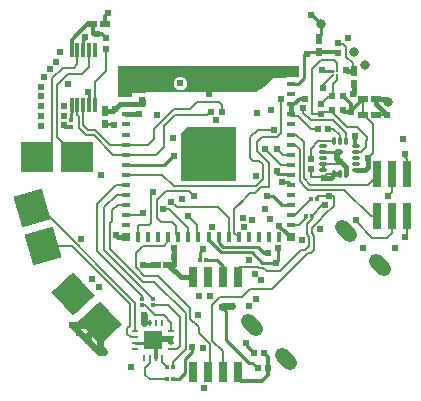
<source format=gtl>
G04 Layer: TopLayer*
G04 Panelize: , Column: 1, Row: 1, Board Size: 35.35mm x 33.79mm, Panelized Board Size: 35.35mm x 33.79mm*
G04 EasyEDA v6.5.32, 2023-07-27 20:51:34*
G04 7f8d34143daf4d43a3b22917546c404d,9a4ed40c0dd746429eaf55b84663d2fb,10*
G04 Gerber Generator version 0.2*
G04 Scale: 100 percent, Rotated: No, Reflected: No *
G04 Dimensions in millimeters *
G04 leading zeros omitted , absolute positions ,4 integer and 5 decimal *
%FSLAX45Y45*%
%MOMM*%

%AMMACRO1*21,1,$1,$2,0,0,$3*%
%AMMACRO2*4,1,4,-0.2,0.4,0.2,0.4,0.2,-0.4,-0.2,-0.4,-0.2,0.4,0*%
%AMMACRO3*4,1,4,-0.1999,0.4,0.1999,0.4,0.1999,-0.4,-0.1999,-0.4,-0.1999,0.4,0*%
%AMMACRO4*1,1,$1,$2,$3*1,1,$1,$4,$5*20,1,$1,$2,$3,$4,$5,0*%
%ADD10C,0.2000*%
%ADD11C,0.2134*%
%ADD12C,0.1600*%
%ADD13C,0.1600*%
%ADD14C,0.1778*%
%ADD15C,0.3000*%
%ADD16C,0.2490*%
%ADD17C,0.5156*%
%ADD18C,0.4140*%
%ADD19C,0.1524*%
%ADD20C,0.2960*%
%ADD21C,0.3980*%
%ADD22C,0.2032*%
%ADD23C,0.6020*%
%ADD24C,0.2110*%
%ADD25C,0.3130*%
%ADD26C,0.3640*%
%ADD27C,0.2794*%
%ADD28C,0.2540*%
%ADD29C,0.2108*%
%ADD30C,0.2616*%
%ADD31C,0.6172*%
%ADD32C,0.3810*%
%ADD33C,0.3150*%
%ADD34C,0.4572*%
%ADD35C,0.2642*%
%ADD36C,0.2286*%
%ADD37C,0.4064*%
%ADD38C,0.4648*%
%ADD39C,0.3632*%
%ADD40C,0.3124*%
%ADD41C,0.5680*%
%ADD42C,0.2620*%
%ADD43R,1.1999X1.1999*%
%ADD44R,0.7400X2.2000*%
%ADD45MACRO1,2.7X2.5X-47.0002*%
%ADD46MACRO1,2.7X2.5X-46.9998*%
%ADD47R,2.7000X2.5000*%
%ADD48MACRO1,0.54X0.7901X-90.0000*%
%ADD49MACRO1,2.7X2.5X-73.9989*%
%ADD50MACRO1,2.7X2.5X-74.0001*%
%ADD51MACRO1,0.54X0.5656X90.0000*%
%ADD52R,0.8001X0.8001*%
%ADD53MACRO2*%
%ADD54MACRO3*%
%ADD55R,0.8001X0.4001*%
%ADD56O,0.7999984X0.2800096*%
%ADD57O,0.2800096X0.7999984*%
%ADD58R,0.7112X1.7406*%
%ADD59MACRO1,0.54X0.5656X0.0000*%
%ADD60R,0.5400X0.5657*%
%ADD61MACRO1,0.324X0.3031X0.0000*%
%ADD62R,0.3240X0.3031*%
%ADD63MACRO1,0.324X0.3031X-90.0000*%
%ADD64MACRO1,0.324X0.3031X90.0000*%
%ADD65MACRO1,0.324X0.3685X0.0000*%
%ADD66R,0.3240X0.3684*%
%ADD67R,0.6000X0.2500*%
%ADD68R,0.2500X0.6000*%
%ADD69R,1.5000X1.5000*%
%ADD70MACRO1,0.54X0.7901X0.0000*%
%ADD71R,0.5400X0.7901*%
%ADD72MACRO1,0.54X0.7901X90.0000*%
%ADD73R,0.3000X1.3000*%
%ADD74C,0.8000*%
%ADD75MACRO4,1.2X-0.3535X0.3535X0.3535X-0.3535*%
%ADD76C,0.6096*%
%ADD77C,0.0141*%

%LPD*%
G36*
X-1482699Y606958D02*
G01*
X-1486560Y607669D01*
X-1489862Y609854D01*
X-1492097Y613156D01*
X-1492910Y617016D01*
X-1494536Y775817D01*
X-1493570Y781304D01*
X-1493570Y862482D01*
X-1492808Y866394D01*
X-1490573Y869645D01*
X-1487322Y871880D01*
X-1483410Y872642D01*
X25095Y872642D01*
X29006Y871880D01*
X32258Y869645D01*
X34493Y866394D01*
X35255Y862482D01*
X35255Y784047D01*
X34493Y780186D01*
X32308Y776884D01*
X29057Y774700D01*
X25247Y773887D01*
X-184150Y771245D01*
X-186080Y770432D01*
X-230124Y711454D01*
X-232714Y709015D01*
X-323900Y649427D01*
X-326542Y648208D01*
X-329438Y647750D01*
X-963066Y646988D01*
X-966825Y647801D01*
X-970635Y646988D01*
X-1143508Y646734D01*
X-1379220Y644753D01*
X-1380236Y643737D01*
X-1379575Y618032D01*
X-1380236Y614070D01*
X-1382420Y610666D01*
X-1385722Y608380D01*
X-1389634Y607568D01*
G37*

%LPC*%
G36*
X-966876Y666343D02*
G01*
X-963930Y667258D01*
X-957122Y667867D01*
X-947623Y670407D01*
X-938733Y674573D01*
X-930706Y680212D01*
X-923747Y687120D01*
X-918108Y695198D01*
X-913942Y704088D01*
X-911402Y713587D01*
X-910539Y723341D01*
X-911402Y733145D01*
X-913942Y742645D01*
X-918108Y751535D01*
X-923747Y759561D01*
X-930706Y766521D01*
X-938733Y772160D01*
X-947623Y776325D01*
X-957122Y778865D01*
X-966927Y779729D01*
X-976680Y778865D01*
X-986180Y776325D01*
X-995070Y772160D01*
X-1003147Y766521D01*
X-1010056Y759561D01*
X-1015695Y751535D01*
X-1019860Y742645D01*
X-1022400Y733145D01*
X-1023264Y723341D01*
X-1022400Y713587D01*
X-1019860Y704088D01*
X-1015695Y695198D01*
X-1010056Y687120D01*
X-1003147Y680212D01*
X-995070Y674573D01*
X-986180Y670407D01*
X-976680Y667867D01*
X-969771Y667258D01*
G37*

%LPD*%
G36*
X-955852Y-100533D02*
G01*
X-959764Y-99720D01*
X-963015Y-97536D01*
X-965250Y-94234D01*
X-966012Y-90373D01*
X-966012Y85953D01*
X-965657Y88595D01*
X-963320Y97434D01*
X-962456Y107187D01*
X-963320Y116992D01*
X-965657Y125831D01*
X-966012Y128473D01*
X-966012Y294081D01*
X-965250Y297942D01*
X-963015Y301244D01*
X-910590Y353720D01*
X-907287Y355904D01*
X-903376Y356666D01*
X-507542Y356666D01*
X-503631Y355904D01*
X-500380Y353720D01*
X-498144Y350418D01*
X-497382Y346506D01*
X-497382Y-90373D01*
X-498144Y-94234D01*
X-500380Y-97536D01*
X-503631Y-99720D01*
X-507542Y-100533D01*
G37*

%LPD*%
G36*
X-734822Y338226D02*
G01*
X-794816Y278231D01*
X-794816Y218236D01*
X-674827Y218236D01*
X-674827Y338226D01*
G37*
D10*
X380489Y54749D02*
G01*
X380489Y43827D01*
X256283Y43827D01*
D11*
X-23441Y-42910D02*
G01*
X-146819Y-42910D01*
X-146819Y-20078D01*
X-146814Y-20078D01*
D12*
X-474220Y-305422D02*
G01*
X-375414Y-206616D01*
X-332234Y-206616D01*
X-282704Y-157086D01*
X-219204Y-157086D01*
X-219204Y45859D01*
X-322582Y149237D01*
X-322582Y223659D01*
X-275592Y270649D01*
X-148338Y270649D01*
X-115318Y303669D01*
X-115318Y594499D01*
D13*
X-474317Y-579772D02*
G01*
X-510793Y-543295D01*
X-510793Y-341995D01*
X-434073Y-265275D01*
D14*
X221231Y467753D02*
G01*
X147317Y467753D01*
X147317Y842149D01*
X226565Y921397D01*
D15*
X522338Y192128D02*
G01*
X510974Y203492D01*
X510974Y280474D01*
D16*
X242313Y142125D02*
G01*
X354327Y143903D01*
D17*
X380489Y54851D02*
G01*
X354383Y80957D01*
X354383Y143903D01*
X383280Y143903D01*
D18*
X380489Y54851D02*
G01*
X393951Y54851D01*
X432333Y16469D01*
X432333Y-47840D01*
D13*
X-1049022Y-1526400D02*
G01*
X-993904Y-1526400D01*
X-971806Y-1504302D01*
X-971806Y-1253604D01*
X-1075946Y-1149718D01*
X-1201422Y-1149718D01*
X-845893Y-1304587D02*
G01*
X-882215Y-1268265D01*
X-882215Y-1176977D01*
X-1152933Y-906259D01*
X-1272821Y-906259D01*
X-1347289Y-831791D01*
X-1347289Y-714951D01*
X-1281673Y-649335D01*
X-1269301Y-649335D01*
D12*
X-1032004Y-1681340D02*
G01*
X-1032004Y-1637398D01*
X-922276Y-1527670D01*
X-922276Y-1224648D01*
X-1187198Y-959980D01*
X-1280924Y-959980D01*
X-1565912Y-674992D01*
X-1565912Y-459346D01*
X-1546100Y-439534D01*
X-1546100Y-352666D01*
X-1498094Y-304660D01*
X-1429260Y-304660D01*
D13*
X-731776Y-1717662D02*
G01*
X-715774Y-1701660D01*
X-715774Y-1485506D01*
X-808230Y-1393050D01*
X-808230Y-1342504D01*
X-882144Y-1268590D01*
X-882144Y-1257160D01*
D19*
X-1281673Y-649335D02*
G01*
X-1103884Y-649335D01*
X-1069317Y-614768D01*
X-1069317Y-579767D01*
X-1063452Y-573902D01*
X-1063452Y-572122D01*
D13*
X318869Y497141D02*
G01*
X318869Y483755D01*
X446204Y356420D01*
X525452Y356420D01*
X612645Y269227D01*
X612645Y240169D01*
X-1429311Y205219D02*
G01*
X-1240696Y205219D01*
X-1192535Y253380D01*
X-1192535Y335912D01*
X-1025141Y503311D01*
X-885441Y503311D01*
X-822711Y566049D01*
X-643633Y566049D01*
X-617153Y537921D01*
X-615950Y483499D01*
X-709935Y482234D02*
G01*
X-739391Y452767D01*
X-1013706Y452767D01*
X-1106177Y360301D01*
X-1106177Y184287D01*
X-1170233Y120230D01*
X-1429311Y120230D01*
D20*
X-1527893Y371965D02*
G01*
X-1532674Y376745D01*
X-1606984Y376745D01*
X232077Y838771D02*
G01*
X238503Y832345D01*
X322607Y832345D01*
X242338Y-7861D02*
G01*
X242328Y42141D01*
D21*
X332320Y-47851D02*
G01*
X350705Y-47840D01*
X522335Y-7868D02*
G01*
X591441Y-7868D01*
X616709Y17398D01*
X616709Y90665D01*
D22*
X71371Y513473D02*
G01*
X71371Y474865D01*
X135887Y410349D01*
X325117Y410349D01*
X432305Y303161D01*
X432305Y232041D01*
D23*
X-1274318Y-1301612D02*
G01*
X-1274142Y-1301440D01*
X-1274142Y-1236662D01*
D13*
X-1049022Y-1376540D02*
G01*
X-1049022Y-1301356D01*
X-1110236Y-1240396D01*
X-1181102Y-1240396D01*
X-1269748Y-1152004D01*
X-1295402Y-1152004D01*
D24*
X-1349072Y-1376667D02*
G01*
X-1349072Y-1137572D01*
X-2151860Y-334784D01*
X-2225855Y-334784D01*
D25*
X-1224282Y-1301661D02*
G01*
X-1274269Y-1301661D01*
D12*
X-604776Y-1717662D02*
G01*
X-604776Y-1545450D01*
X-695962Y-1454518D01*
X-695962Y-1155814D01*
X-629668Y-1089520D01*
X-449074Y-1089520D01*
X-379478Y-1019924D01*
X-194312Y-1019924D01*
X115313Y-710298D01*
X137919Y-710298D01*
X164589Y-683628D01*
X164589Y-567042D01*
X144269Y-546722D01*
X144269Y-501002D01*
X198625Y-446646D01*
D26*
X-1581340Y1320497D02*
G01*
X-1607106Y1294731D01*
X-1607106Y1227015D01*
X-1889254Y1010043D02*
G01*
X-1889254Y1092085D01*
X-1749554Y1231785D01*
X-1705104Y1231785D01*
X-1705104Y1143393D01*
X-1674624Y1143393D01*
X-1594558Y1104689D02*
G01*
X-1633339Y1143469D01*
X-1674548Y1143469D01*
D27*
X-613666Y-1170038D02*
G01*
X-578360Y-1205344D01*
X-578360Y-1452994D01*
X-388622Y-1642478D01*
X-357380Y-1642478D01*
X-311914Y-1687944D01*
D28*
X-753112Y-769480D02*
G01*
X-654814Y-769480D01*
X-604776Y-819518D01*
X-604776Y-918578D01*
D11*
X102864Y973975D02*
G01*
X80774Y973975D01*
X80774Y766203D01*
X29796Y715225D01*
X-29314Y715225D01*
D12*
X243837Y686549D02*
G01*
X243837Y713595D01*
X322607Y792368D01*
X362582Y832345D02*
G01*
X362582Y891679D01*
X332940Y921321D01*
X226514Y921321D01*
D22*
X-1429308Y-49771D02*
G01*
X-1120266Y-49771D01*
X-1021595Y-148450D01*
X-329953Y-148450D01*
X-269491Y-88000D01*
X-269491Y37226D01*
X-302011Y69987D01*
X-353319Y69987D01*
X-375160Y91833D01*
X-375160Y267853D01*
X-311734Y331279D01*
X-174068Y331279D01*
D29*
X242338Y142151D02*
G01*
X277385Y142151D01*
X279138Y143903D01*
D30*
X242338Y42151D02*
G01*
X254601Y42151D01*
X256280Y43830D01*
D31*
X-613717Y-1170114D02*
G01*
X-608891Y-1165288D01*
X-527865Y-1165288D01*
D11*
X-224792Y-715378D02*
G01*
X-257561Y-715378D01*
X-307591Y-665342D01*
X-603511Y-665342D01*
X-644324Y-624530D01*
X-644324Y-579767D01*
D32*
X496008Y635571D02*
G01*
X506168Y645731D01*
X506168Y721779D01*
X506168Y830795D02*
G01*
X445310Y830795D01*
X437080Y839025D01*
D28*
X-801453Y-769559D02*
G01*
X-801453Y-704562D01*
X-777293Y-680402D01*
D22*
X-29319Y-389773D02*
G01*
X1117Y-389773D01*
X137132Y-253758D01*
X-29314Y-474764D02*
G01*
X37152Y-474764D01*
X94988Y-416928D01*
X94988Y-396354D01*
D19*
X580440Y453199D02*
G01*
X587956Y453199D01*
X659333Y381825D01*
X659333Y133289D01*
X616709Y90665D01*
X779472Y454215D02*
G01*
X690298Y454215D01*
X689358Y453275D01*
D22*
X143258Y-396354D02*
G01*
X143258Y-428866D01*
X105407Y-466458D01*
X105407Y-554850D01*
X123192Y-574154D01*
X123192Y-652642D01*
X89146Y-686673D01*
X54866Y-686673D01*
X-127261Y-868796D01*
X-238003Y-868796D01*
X-268734Y-838062D01*
X-297941Y-838062D01*
X-305310Y-830696D01*
X-464827Y-830696D01*
X-477827Y-843694D01*
X-477827Y-918679D01*
D19*
X198625Y-446646D02*
G01*
X259077Y-385940D01*
X259077Y-385940D01*
X332483Y-312534D01*
X332483Y-233286D01*
X291843Y-233286D01*
D22*
X143233Y-396427D02*
G01*
X232892Y-306768D01*
X252676Y-306768D01*
D11*
X-140007Y-671766D02*
G01*
X-140007Y-777430D01*
X-160835Y-798258D01*
D33*
X405178Y618553D02*
G01*
X478233Y545498D01*
X478233Y484187D01*
X579622Y589013D02*
G01*
X478228Y487619D01*
X478228Y484187D01*
D34*
X-1282750Y-817054D02*
G01*
X-1280718Y-815022D01*
X-1177241Y-815022D01*
D22*
X224025Y548119D02*
G01*
X294462Y618556D01*
X318615Y618556D01*
D34*
X-858827Y-918679D02*
G01*
X-964567Y-918679D01*
X-1068227Y-815019D01*
D11*
X-29314Y-134759D02*
G01*
X-53141Y-110931D01*
X-111300Y-110931D01*
D35*
X-1018796Y107175D02*
G01*
X-1024892Y113271D01*
X-1024892Y118757D01*
X-1108410Y35242D01*
X-1429308Y35242D01*
D22*
X579625Y588911D02*
G01*
X580387Y453275D01*
X286001Y341007D02*
G01*
X324609Y341007D01*
X382267Y283095D01*
X382267Y232041D01*
D11*
X-160835Y-798258D02*
G01*
X-272592Y-798258D01*
X-363527Y-707323D01*
X-625142Y-707323D01*
X-729312Y-603153D01*
X-729312Y-579767D01*
D35*
X207266Y1101737D02*
G01*
X192272Y1101737D01*
X223161Y1132626D01*
X223161Y1223962D01*
X145486Y1301638D01*
X139700Y1301638D01*
D22*
X365503Y1062875D02*
G01*
X369821Y1058557D01*
X411223Y1058557D01*
X436369Y1033411D01*
X436369Y949337D01*
X491233Y894473D01*
X491233Y830719D01*
X506219Y830719D01*
D36*
X-345340Y-1557464D02*
G01*
X-408485Y-1494320D01*
X-408485Y-1474917D01*
D22*
X-901750Y-395665D02*
G01*
X-824745Y-472678D01*
X-824745Y-569323D01*
X-814301Y-579767D01*
D37*
X-1022659Y-673801D02*
G01*
X-1022659Y-815022D01*
X-1068224Y-815022D01*
D12*
X-1429311Y-389775D02*
G01*
X-1293629Y-389775D01*
X-1280977Y-377123D01*
D32*
X688639Y589013D02*
G01*
X688639Y545048D01*
X779472Y454215D01*
X790625Y562470D02*
G01*
X764184Y588911D01*
X688743Y588911D01*
D19*
X-148160Y168719D02*
G01*
X-94592Y115150D01*
X-29283Y115150D01*
X-29319Y115181D01*
X-29319Y120228D01*
D22*
X135887Y84442D02*
G01*
X135887Y171292D01*
X196738Y232140D01*
X332331Y232140D01*
X-29314Y460235D02*
G01*
X-19055Y449976D01*
X29715Y449976D01*
X138755Y340934D01*
X199491Y340934D01*
D33*
X405432Y497141D02*
G01*
X418386Y484187D01*
X478233Y484187D01*
D19*
X-249506Y166687D02*
G01*
X-112981Y30162D01*
X-29283Y30162D01*
X-29319Y30192D01*
X-29319Y35242D01*
D12*
X-899314Y-579767D02*
G01*
X-899314Y-504283D01*
X-1060251Y-343347D01*
X-1110792Y-343347D01*
D38*
X-1429311Y460235D02*
G01*
X-1320190Y460235D01*
X-1318768Y461657D01*
X-1429311Y545223D02*
G01*
X-1481556Y545223D01*
X-1521508Y505272D01*
X-29314Y460235D02*
G01*
X-29314Y536859D01*
X-39453Y546999D01*
D39*
X-477827Y-1717738D02*
G01*
X-471797Y-1723768D01*
X-471797Y-1753740D01*
X-258777Y-1557464D02*
G01*
X-225249Y-1590992D01*
X-225249Y-1688020D01*
X-225249Y-1688020D02*
G01*
X-225249Y-1747100D01*
X-276151Y-1798002D01*
X-278691Y-1795462D01*
X-456491Y-1795462D01*
X-471794Y-1780159D01*
X-471794Y-1753743D01*
D40*
X-134927Y-483809D02*
G01*
X-113035Y-505698D01*
X-103383Y-505698D01*
X-29314Y-579767D01*
D18*
X-1511350Y-563054D02*
G01*
X-1494637Y-579767D01*
X-1429311Y-579767D01*
D12*
X-856284Y-229301D02*
G01*
X-894643Y-190947D01*
X-1092250Y-190947D01*
X-1165659Y-264350D01*
X-1165659Y-414969D01*
X-1132893Y-447735D01*
X-1042728Y-447735D01*
X-1008684Y-481774D01*
X-1008684Y-555386D01*
X-984303Y-579767D01*
D22*
X-1324307Y-579767D02*
G01*
X-1324307Y-474078D01*
X-1231391Y-474078D01*
X-1216411Y-459092D01*
X-1216411Y-193154D01*
X-1197607Y-193154D01*
D35*
X102816Y973899D02*
G01*
X121538Y992621D01*
X207266Y992621D01*
D33*
X365452Y976337D02*
G01*
X349168Y992621D01*
X207266Y992621D01*
D19*
X-1045977Y-277228D02*
G01*
X-996703Y-326504D01*
X-652277Y-326504D01*
X-559310Y-419470D01*
X-559310Y-579767D01*
D38*
X-1429311Y545223D02*
G01*
X-1284226Y545223D01*
X-1284226Y579183D01*
X-1293677Y579183D01*
D22*
X221180Y467677D02*
G01*
X231670Y478167D01*
X318764Y478167D01*
X318764Y497217D01*
D12*
X318615Y618553D02*
G01*
X326849Y626788D01*
X326849Y715832D01*
X362582Y751575D01*
X362582Y792368D01*
D28*
X-238300Y-228282D02*
G01*
X-182054Y-228282D01*
X-105577Y-304761D01*
X-29314Y-304761D01*
D39*
X-29314Y545223D02*
G01*
X-4574Y545223D01*
X42415Y592211D01*
X88130Y592211D01*
D38*
X-1521508Y505272D02*
G01*
X-1541043Y485736D01*
X-1606984Y485736D01*
D41*
X-1883595Y-1323639D02*
G01*
X-1666554Y-1323639D01*
X-1649427Y-1306512D01*
X-1649427Y-1306512D02*
G01*
X-1649427Y-1512600D01*
X-1615119Y-1546905D01*
X-1749239Y-1458005D02*
G01*
X-1749239Y-1406324D01*
X-1649427Y-1306512D01*
D24*
X-1349072Y-1426654D02*
G01*
X-1386380Y-1426654D01*
X-1416748Y-1396286D01*
X-1416748Y-1348026D01*
X-1397698Y-1328976D01*
X-1397698Y-1144826D01*
X-1550098Y-992426D01*
D12*
X-1201341Y-1101359D02*
G01*
X-1612391Y-690308D01*
X-1612391Y-323961D01*
X-1508203Y-219773D01*
X-1429311Y-219773D01*
D24*
X-1550164Y-992492D02*
G01*
X-1889000Y-654672D01*
X-2134110Y-654672D01*
D13*
X-1224282Y-1601660D02*
G01*
X-1224282Y-1648320D01*
X-1265110Y-1689148D01*
X-1265110Y-1743758D01*
X-1226512Y-1782356D01*
X-1079959Y-1782356D01*
X-1080213Y-1681264D02*
G01*
X-1124282Y-1637195D01*
X-1124282Y-1601660D01*
D36*
X-1031753Y-1782432D02*
G01*
X-980183Y-1782432D01*
X-928626Y-1730870D01*
X-928626Y-1607931D01*
X-867488Y-1546793D01*
X-867488Y-1506664D01*
D42*
X-1199060Y-1451648D02*
G01*
X-1224079Y-1476667D01*
X-1349072Y-1476667D01*
X-1199060Y-1451648D02*
G01*
X-1173914Y-1426502D01*
X-1049073Y-1426502D01*
X-1049073Y-1426502D02*
G01*
X-1049073Y-1476514D01*
X-1049073Y-1476514D02*
G01*
X-1073939Y-1451648D01*
X-1199060Y-1451648D01*
D25*
X-1174269Y-1601660D02*
G01*
X-1174269Y-1476438D01*
X-1199060Y-1451648D01*
D13*
X-1429311Y205219D02*
G01*
X-1561820Y205219D01*
X-1686496Y329895D01*
X-1747961Y329895D01*
X-1789386Y371314D01*
X-1789386Y540171D01*
D24*
X-1846252Y99783D02*
G01*
X-2011873Y265404D01*
X-2011873Y582117D01*
X-2178969Y99783D02*
G01*
X-2054039Y224711D01*
X-2054039Y764994D01*
X-1962845Y856183D01*
X-1872160Y856183D01*
X-1839368Y888974D01*
X-1839368Y1010145D01*
X-2011873Y582117D02*
G01*
X-2012627Y712421D01*
X-1920181Y804875D01*
X-1800547Y804875D01*
X-1739369Y866053D01*
X-1739369Y1010145D01*
X-1689361Y540171D02*
G01*
X-1689361Y736742D01*
X-1594563Y831540D01*
X-1594563Y1018120D01*
D13*
X-1429311Y120230D02*
G01*
X-1538432Y120230D01*
X-1702569Y284368D01*
X-1768091Y284368D01*
X-1828553Y344817D01*
X-1828553Y448195D01*
X-1839468Y459117D01*
X-1839468Y540141D01*
D42*
X-1890270Y412889D02*
G01*
X-1889254Y540143D01*
X-1739364Y540174D02*
G01*
X-1739364Y632955D01*
X-1753552Y647143D01*
D26*
X-1890194Y358106D02*
G01*
X-1944575Y358106D01*
X-1953196Y366727D01*
D42*
X-1789435Y1010041D02*
G01*
X-1789435Y1093861D01*
X-1772592Y1110706D01*
X-1772592Y1117053D01*
D13*
X-29314Y290233D02*
G01*
X12280Y290233D01*
X67310Y235204D01*
X67307Y235089D02*
G01*
X78740Y223773D01*
X76197Y-78600D01*
X130807Y-133210D01*
X-29314Y205219D02*
G01*
X4584Y205219D01*
X41910Y167894D01*
X41910Y-106426D01*
X86360Y-150876D01*
X696465Y-41516D02*
G01*
X696465Y-57772D01*
X621027Y-133210D01*
X130807Y-133210D01*
X86357Y-150990D02*
G01*
X112773Y-177406D01*
X419976Y-177406D01*
X644067Y-401497D01*
X696468Y-401497D01*
X934212Y-578865D02*
G01*
X950468Y-562610D01*
X950468Y-401497D01*
X931669Y124193D02*
G01*
X931669Y102107D01*
X950465Y83312D01*
X950465Y-41478D01*
X823468Y-41478D02*
G01*
X823468Y-197241D01*
X790140Y-230568D01*
X515365Y-431292D02*
G01*
X515365Y-445007D01*
X654050Y-583692D01*
X784860Y-583692D01*
X823468Y-545084D01*
X823468Y-401497D01*
D22*
X135887Y-2146D02*
G01*
X135887Y-69710D01*
X332229Y-69710D01*
X332229Y-48882D01*
D21*
X248155Y-76568D02*
G01*
X303781Y-76568D01*
X332229Y-47866D01*
D22*
X248193Y-76466D02*
G01*
X265396Y-59275D01*
X248206Y-76466D01*
X276832Y-47840D01*
X382338Y-48882D01*
X291843Y-233286D02*
G01*
X185417Y-233286D01*
X185417Y-253860D01*
D13*
X522348Y142151D02*
G01*
X564553Y142151D01*
X605281Y182880D01*
X605281Y232806D01*
X612645Y240169D01*
D41*
X-1615122Y-1546908D02*
G01*
X-1660334Y-1546908D01*
X-1883600Y-1323642D01*
D12*
X-1295326Y-1103640D02*
G01*
X-1295326Y-1076893D01*
X-1672841Y-699381D01*
X-1672841Y-294246D01*
X-1513354Y-134759D01*
X-1429311Y-134759D01*
D43*
G01*
X-734824Y124091D03*
G01*
X-734824Y289090D03*
G01*
X-569826Y289090D03*
G01*
X-569826Y124091D03*
G01*
X-569826Y-40906D03*
G01*
X-734824Y-40906D03*
G01*
X-899822Y-40906D03*
G01*
X-899822Y124091D03*
D44*
G01*
X950465Y-41490D03*
G01*
X950465Y-401485D03*
G01*
X823465Y-41490D03*
G01*
X823465Y-401485D03*
G01*
X696465Y-41490D03*
G01*
X696465Y-401485D03*
D45*
G01*
X-1876391Y-1063260D03*
D46*
G01*
X-1649492Y-1306581D03*
D47*
G01*
X-1846252Y99783D03*
G01*
X-2178966Y99783D03*
D48*
G01*
X-1716110Y1227025D03*
G01*
X-1607098Y1227025D03*
D49*
G01*
X-2225847Y-334788D03*
D50*
G01*
X-2134143Y-654597D03*
D51*
G01*
X405433Y497141D03*
G01*
X318867Y497141D03*
G01*
X405179Y618553D03*
G01*
X318613Y618553D03*
D10*
G01*
X322602Y832345D03*
G01*
X362582Y832345D03*
G01*
X322602Y792365D03*
G01*
X362582Y792365D03*
D52*
G01*
X-1429311Y820229D03*
D53*
G01*
X-1324315Y820224D03*
G01*
X-1239301Y820224D03*
G01*
X-1154313Y820224D03*
G01*
X-1069299Y820224D03*
G01*
X-984310Y820224D03*
D54*
G01*
X-899309Y820224D03*
D53*
G01*
X-814308Y820224D03*
G01*
X-644306Y820224D03*
D54*
G01*
X-729307Y820224D03*
G01*
X-559305Y820224D03*
D53*
G01*
X-474304Y820224D03*
G01*
X-389315Y820224D03*
G01*
X-304302Y820224D03*
G01*
X-219313Y820224D03*
G01*
X-134299Y820224D03*
D52*
G01*
X-29314Y820229D03*
D55*
G01*
X-29314Y715225D03*
G01*
X-29314Y630237D03*
G01*
X-29314Y545223D03*
G01*
X-29314Y460235D03*
G01*
X-29314Y375221D03*
G01*
X-29314Y290233D03*
G01*
X-29314Y205219D03*
G01*
X-29314Y120230D03*
G01*
X-29314Y35242D03*
G01*
X-29314Y-49771D03*
G01*
X-29314Y-134759D03*
G01*
X-29314Y-219773D03*
G01*
X-29314Y-304761D03*
G01*
X-29314Y-389775D03*
G01*
X-29314Y-474764D03*
D52*
G01*
X-29314Y-579767D03*
D53*
G01*
X-134299Y-579772D03*
G01*
X-219313Y-579772D03*
G01*
X-304302Y-579772D03*
G01*
X-389315Y-579772D03*
G01*
X-474304Y-579772D03*
D54*
G01*
X-559305Y-579772D03*
D53*
G01*
X-644306Y-579772D03*
D54*
G01*
X-729307Y-579772D03*
D53*
G01*
X-814308Y-579772D03*
D54*
G01*
X-899309Y-579772D03*
D53*
G01*
X-984310Y-579772D03*
G01*
X-1069299Y-579772D03*
G01*
X-1154313Y-579772D03*
G01*
X-1239301Y-579772D03*
G01*
X-1324315Y-579772D03*
D52*
G01*
X-1429311Y-579767D03*
D55*
G01*
X-1429311Y-474764D03*
G01*
X-1429311Y-389775D03*
G01*
X-1429311Y-304761D03*
G01*
X-1429311Y-219773D03*
G01*
X-1429311Y-134759D03*
G01*
X-1429311Y-49771D03*
G01*
X-1429311Y35242D03*
G01*
X-1429311Y120230D03*
G01*
X-1429311Y205219D03*
G01*
X-1429311Y290233D03*
G01*
X-1429311Y375221D03*
G01*
X-1429311Y460235D03*
G01*
X-1429311Y545223D03*
G01*
X-1429311Y715225D03*
G01*
X-1429311Y630237D03*
D56*
G01*
X522348Y-7861D03*
G01*
X522348Y42151D03*
G01*
X522348Y92138D03*
G01*
X522348Y142151D03*
G01*
X522348Y192138D03*
D57*
G01*
X432330Y232143D03*
G01*
X382343Y232143D03*
G01*
X332331Y232143D03*
D56*
G01*
X242338Y192138D03*
G01*
X242338Y142151D03*
G01*
X242338Y92138D03*
G01*
X242338Y42151D03*
G01*
X242338Y-7861D03*
D57*
G01*
X332331Y-47840D03*
G01*
X382343Y-47840D03*
G01*
X432330Y-47840D03*
D58*
G01*
X-858827Y-1717738D03*
G01*
X-731827Y-1717738D03*
G01*
X-604827Y-1717738D03*
G01*
X-477827Y-1717738D03*
G01*
X-477827Y-918679D03*
G01*
X-604827Y-918679D03*
G01*
X-731827Y-918679D03*
G01*
X-858827Y-918679D03*
D51*
G01*
X-225248Y-1688020D03*
G01*
X-311814Y-1688020D03*
G01*
X-258776Y-1557464D03*
G01*
X-345342Y-1557464D03*
D59*
G01*
X365503Y976412D03*
D60*
G01*
X365503Y1062977D03*
D61*
G01*
X-1295336Y-1103652D03*
D62*
G01*
X-1295326Y-1151953D03*
D61*
G01*
X-1201356Y-1101366D03*
D62*
G01*
X-1201346Y-1149667D03*
D63*
G01*
X-801448Y-769556D03*
G01*
X-753137Y-769556D03*
D64*
G01*
X-1031913Y-1681274D03*
G01*
X-1080223Y-1681274D03*
G01*
X-1031659Y-1782366D03*
G01*
X-1079969Y-1782366D03*
G01*
X143278Y-396354D03*
G01*
X94968Y-396354D03*
G01*
X185445Y-253745D03*
G01*
X137134Y-253745D03*
D48*
G01*
X580440Y453199D03*
G01*
X689452Y453199D03*
D51*
G01*
X286053Y340931D03*
G01*
X199487Y340931D03*
D59*
G01*
X135890Y84430D03*
D60*
G01*
X135887Y-2146D03*
D48*
G01*
X579729Y588911D03*
G01*
X688741Y588911D03*
D59*
G01*
X-1594548Y1104700D03*
D60*
G01*
X-1594538Y1018146D03*
D65*
G01*
X-1890204Y412945D03*
D66*
G01*
X-1890194Y358101D03*
D67*
G01*
X-1049073Y-1526501D03*
G01*
X-1049073Y-1476514D03*
G01*
X-1049073Y-1426502D03*
G01*
X-1049073Y-1376514D03*
D68*
G01*
X-1124282Y-1301661D03*
G01*
X-1174269Y-1301661D03*
G01*
X-1224282Y-1301661D03*
G01*
X-1274269Y-1301661D03*
D67*
G01*
X-1349072Y-1376667D03*
G01*
X-1349072Y-1426654D03*
G01*
X-1349072Y-1476667D03*
G01*
X-1349072Y-1526501D03*
D68*
G01*
X-1274269Y-1601660D03*
G01*
X-1224282Y-1601660D03*
G01*
X-1174269Y-1601660D03*
G01*
X-1124282Y-1601660D03*
D69*
G01*
X-1199060Y-1451648D03*
D70*
G01*
X-1606994Y485749D03*
D71*
G01*
X-1606984Y376745D03*
D70*
G01*
X207261Y1101633D03*
D71*
G01*
X207261Y992619D03*
D72*
G01*
X-1068227Y-815022D03*
G01*
X-1177239Y-815022D03*
D70*
G01*
X506168Y830793D03*
D71*
G01*
X506168Y721779D03*
D73*
G01*
X-1889356Y540169D03*
G01*
X-1839368Y540169D03*
G01*
X-1789381Y540169D03*
G01*
X-1739369Y540169D03*
G01*
X-1689356Y540169D03*
G01*
X-1689381Y1010170D03*
G01*
X-1739369Y1010170D03*
G01*
X-1789356Y1010170D03*
G01*
X-1839368Y1010170D03*
G01*
X-1889381Y1010170D03*
D74*
G01*
X790674Y562470D03*
G01*
X594611Y876236D03*
D75*
G01*
X435861Y-530593D03*
G01*
X718690Y-813447D03*
G01*
X-358904Y-1325359D03*
G01*
X-76075Y-1608213D03*
D74*
G01*
X506600Y986142D03*
G01*
X223161Y1223962D03*
D76*
G01*
X-281205Y-943622D03*
G01*
X-333352Y-888072D03*
G01*
X60398Y-603948D03*
G01*
X-527865Y-1165288D03*
G01*
X-613717Y-1170114D03*
G01*
X515363Y-431304D03*
G01*
X934209Y-578878D03*
G01*
X931669Y124193D03*
G01*
X-111305Y-110934D03*
G01*
X-146814Y-20078D03*
G01*
X-1318821Y461581D03*
G01*
X-867488Y-1506664D03*
G01*
X-1280975Y-377126D03*
G01*
X102816Y973899D03*
G01*
X-1018796Y107175D03*
G01*
X-1304343Y709739D03*
G01*
X-326392Y-1102880D03*
G01*
X-160835Y-798258D03*
G01*
X-224843Y-715454D03*
G01*
X-140007Y-671766D03*
G01*
X-521540Y165163D03*
G01*
X139646Y1301559D03*
G01*
X779472Y454215D03*
G01*
X478228Y484187D03*
G01*
X-1953186Y366737D03*
G01*
X-1953186Y448017D03*
G01*
X-1953186Y529297D03*
G01*
X-2147115Y450659D03*
G01*
X-2147115Y531939D03*
G01*
X-2147115Y613219D03*
G01*
X-2147115Y694499D03*
G01*
X-2125525Y779081D03*
G01*
X-2068883Y842835D03*
G01*
X-1919150Y721067D03*
G01*
X-2022782Y904963D03*
G01*
X-1985063Y992441D03*
G01*
X-384812Y-1161453D03*
G01*
X-1282753Y-817054D03*
G01*
X-1718363Y-928814D03*
G01*
X-1659054Y-1002830D03*
G01*
X-1022657Y-673798D03*
G01*
X291792Y-233362D03*
G01*
X252676Y-306768D03*
G01*
X-901753Y-395668D03*
G01*
X-709983Y482155D03*
G01*
X-616003Y483425D03*
G01*
X224025Y548119D03*
G01*
X221180Y467677D03*
G01*
X-1197663Y-193230D03*
G01*
X-1030302Y260159D03*
G01*
X-327967Y-59626D03*
G01*
X-174068Y331279D03*
G01*
X-249506Y166687D03*
G01*
X-148160Y168719D03*
G01*
X-777293Y-680402D03*
G01*
X-238305Y-228282D03*
G01*
X-1293675Y579183D03*
G01*
X215897Y-512432D03*
G01*
X-665279Y416115D03*
G01*
X-115369Y594423D03*
G01*
X-1511353Y-563054D03*
G01*
X-966904Y723353D03*
G01*
X-856287Y-229298D03*
G01*
X-1807517Y-597852D03*
G01*
X-1046025Y-277304D03*
G01*
X380489Y54851D03*
G01*
X616709Y90665D03*
G01*
X243837Y686549D03*
G01*
X71320Y513397D03*
G01*
X448256Y1104201D03*
G01*
X437080Y839025D03*
G01*
X496008Y635571D03*
G01*
X-408485Y-1474914D03*
G01*
X-1023673Y-748728D03*
G01*
X-701347Y-489648D03*
G01*
X-1110795Y-343344D03*
G01*
X-1521513Y505269D03*
G01*
X-1641147Y-51498D03*
G01*
X88084Y592137D03*
G01*
X-471782Y-1753755D03*
G01*
X-1389814Y-1676438D03*
G01*
X-952045Y-253428D03*
G01*
X-763831Y-1854390D03*
G01*
X-815596Y-1237246D03*
G01*
X-806960Y-1079004D03*
G01*
X-721794Y632929D03*
G01*
X-198173Y497395D03*
G01*
X790140Y-230568D03*
G01*
X-247474Y-338772D03*
G01*
X-209349Y-423862D03*
G01*
X-384863Y-768286D03*
G01*
X-362003Y-436562D03*
G01*
X-426519Y-488632D03*
G01*
X-435180Y-412940D03*
G01*
X850338Y-674560D03*
G01*
X578558Y-674560D03*
G01*
X913838Y252031D03*
G01*
X-2144600Y364299D03*
G01*
X-1821868Y-1392720D03*
G01*
X-1883590Y-1323632D03*
G01*
X-1749224Y-1457998D03*
G01*
X-1615112Y-1546898D03*
G01*
X-1687502Y-1517942D03*
G01*
X-1803834Y-1004862D03*
G01*
X-1914324Y-1062012D03*
G01*
X-1199060Y-1451648D03*
G01*
X-1772592Y1117053D03*
G01*
X-1753542Y647153D03*
G01*
X-1674548Y1143469D03*
G01*
X-1581330Y1320507D03*
G01*
X-779528Y-1514868D03*
G01*
X-1274142Y-1236662D03*
G01*
X248206Y-76466D03*
G01*
X232077Y838771D03*
G01*
X-134927Y-483806D03*
G01*
X-1527888Y371970D03*
G01*
X-317578Y474535D03*
G01*
X-1167716Y458533D03*
G01*
X510969Y280479D03*
G01*
X-718568Y-1078496D03*
M02*

</source>
